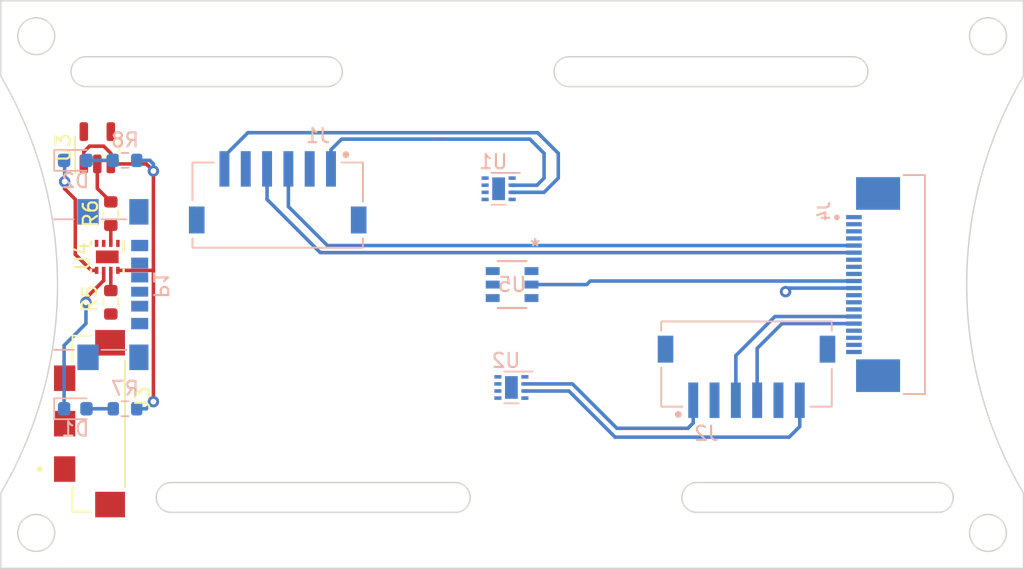
<source format=kicad_pcb>
(kicad_pcb (version 20221018) (generator pcbnew)
  (layers (0 "F.Cu" signal) (31 "B.Cu" signal) (34 "B.Paste" user) (35 "F.Paste" user) (36 "B.SilkS" user "B.Silkscreen") (37 "F.SilkS" user "F.Silkscreen") (38 "B.Mask" user) (39 "F.Mask" user) (44 "Edge.Cuts" user))
  (net 0 "")
  (net 1 "/VSYS")
  (net 2 "/MOTOR1_A")
  (net 3 "/MOTOR1_B")
  (net 4 "/GND")
  (net 5 "/MOTOR1_B_MCU")
  (net 6 "/MOTOR1_A_MCU")
  (net 7 "/MOTOR1_EN_MCU")
  (net 8 "/3V3")
  (net 9 "/MOTOR2_A")
  (net 10 "/MOTOR2_B")
  (net 11 "/MOTOR2_B_MCU")
  (net 12 "/MOTOR2_A_MCU")
  (net 13 "/MOTOR2_EN_MCU")
  (net 17 "Net-(D1-K)")
  (net 18 "Net-(D1-A)")
  (net 24 "Net-(D2-K)")
  (net 25 "Net-(D2-A)")
  (net 26 "/MOTOR1_ENC1")
  (net 27 "/MOTOR1_ENC2")
  (net 28 "/MOTOR2_ENC1")
  (net 29 "/MOTOR2_ENC2")
  (net 30 "Net-(U4-VSET)")
  (net 31 "Net-(U4-ISET)")
  (net 32 "/VBATT")
  (net 33 "/VUSB")
  (net 34 "/TBATT")
  (net 38 "/12V")
  (net 39 "Net-(D3-A)")
  (net 40 "Net-(U5-FB)")
  (footprint "Resistor_SMD:R_0603_1608Metric" (layer "F.Cu") (at 121.75 95 90)
    (fp_text reference "R6" (at 0 -1.43 90) (layer "F.SilkS"))
    (fp_text value "R" hide)
    (fp_line (start -0.237258 -0.5225) (end 0.237258 -0.5225) (stroke (width 0.12)) (layer "F.SilkS"))
    (fp_line (start -0.237258 0.5225) (end 0.237258 0.5225) (stroke (width 0.12)) (layer "F.SilkS"))
    (pad "1" smd roundrect (at -0.825 0 90) (size 0.8 0.95) (layers "F.Cu" "F.Paste" "F.Mask") (net 31 "Net-(U4-ISET)"))
    (pad "2" smd roundrect (at 0.825 0 90) (size 0.8 0.95) (layers "F.Cu" "F.Paste" "F.Mask") (net 4 "/GND"))
  )
  (footprint "footprints:BQ25170DSGR_NV" (layer "F.Cu") (at 121.500002 98.049999 -90)
    (fp_text reference "U4" (at -0.049999 1.750002 90 unlocked) (layer "F.SilkS"))
    (fp_text value "BQ25170DSGR" hide)
    (fp_line (start -1.074999 -1.149998) (end -0.425 -1.149998) (stroke (width 0.17)) (layer "F.SilkS"))
    (fp_line (start -1.074999 1.150003) (end -0.900001 1.150003) (stroke (width 0.17)) (layer "F.SilkS"))
    (fp_line (start 0.900001 -1.149998) (end 1.074999 -1.149998) (stroke (width 0.17)) (layer "F.SilkS"))
    (fp_line (start 0.900001 1.150003) (end 1.074999 1.150003) (stroke (width 0.17)) (layer "F.SilkS"))
    (pad "1" smd rect (at -0.950001 -0.749998) (size 0.249999 0.499999) (layers "F.Cu" "F.Paste" "F.Mask") (net 33 "/VUSB"))
    (pad "2" smd rect (at -0.950001 -0.25) (size 0.249999 0.499999) (layers "F.Cu" "F.Paste" "F.Mask") (net 31 "Net-(U4-ISET)"))
    (pad "3" smd rect (at -0.950001 0.250002) (size 0.249999 0.499999) (layers "F.Cu" "F.Paste" "F.Mask") (net 34 "/TBATT"))
    (pad "4" smd rect (at -0.950001 0.750001) (size 0.249999 0.499999) (layers "F.Cu" "F.Paste" "F.Mask") (net 4 "/GND"))
    (pad "5" smd rect (at 0.950001 0.750001) (size 0.249999 0.499999) (layers "F.Cu" "F.Paste" "F.Mask") (net 24 "Net-(D2-K)"))
    (pad "6" smd rect (at 0.950001 0.250002) (size 0.249999 0.499999) (layers "F.Cu" "F.Paste" "F.Mask") (net 17 "Net-(D1-K)"))
    (pad "7" smd rect (at 0.950001 -0.25) (size 0.249999 0.499999) (layers "F.Cu" "F.Paste" "F.Mask") (net 30 "Net-(U4-VSET)"))
    (pad "8" smd rect (at 0.950001 -0.749998) (size 0.249999 0.499999) (layers "F.Cu" "F.Paste" "F.Mask") (net 32 "/VBATT"))
    (pad "9" smd rect (at 0 0 270) (size 0.900001 1.599999) (layers "F.Cu" "F.Paste" "F.Mask") (net 4 "/GND"))
  )
  (footprint "Resistor_SMD:R_0603_1608Metric" (layer "F.Cu") (at 121.75 101.25 -90)
    (fp_text reference "R5" (at -0.25 1.5 90) (layer "F.SilkS"))
    (fp_text value "R" hide)
    (fp_line (start -0.237258 -0.5225) (end 0.237258 -0.5225) (stroke (width 0.12)) (layer "F.SilkS"))
    (fp_line (start -0.237258 0.5225) (end 0.237258 0.5225) (stroke (width 0.12)) (layer "F.SilkS"))
    (pad "1" smd roundrect (at -0.825 0 270) (size 0.8 0.95) (layers "F.Cu" "F.Paste" "F.Mask") (net 30 "Net-(U4-VSET)"))
    (pad "2" smd roundrect (at 0.825 0 270) (size 0.8 0.95) (layers "F.Cu" "F.Paste" "F.Mask") (net 4 "/GND"))
  )
  (footprint "Package_TO_SOT_SMD:SOT-23-5" (layer "F.Cu") (at 120.8 90.3625 90)
    (fp_text reference "U3" (at 0 -2.4 90) (layer "F.SilkS"))
    (fp_text value "~")
    (fp_line (start 0 -1.56) (end -1.8 -1.56) (stroke (width 0.12)) (layer "F.SilkS"))
    (fp_line (start 0 -1.56) (end 0.8 -1.56) (stroke (width 0.12)) (layer "F.SilkS"))
    (fp_line (start 0 1.56) (end -0.8 1.56) (stroke (width 0.12)) (layer "F.SilkS"))
    (fp_line (start 0 1.56) (end 0.8 1.56) (stroke (width 0.12)) (layer "F.SilkS"))
    (pad "1" smd roundrect (at -1.1375 -0.95 90) (size 1.325 0.6) (layers "F.Cu" "F.Paste" "F.Mask") (net 32 "/VBATT"))
    (pad "2" smd roundrect (at -1.1375 0 90) (size 1.325 0.6) (layers "F.Cu" "F.Paste" "F.Mask") (net 4 "/GND"))
    (pad "3" smd roundrect (at -1.1375 0.95 90) (size 1.325 0.6) (layers "F.Cu" "F.Paste" "F.Mask") (net 32 "/VBATT"))
    (pad "4" smd roundrect (at 1.1375 0.95 90) (size 1.325 0.6) (layers "F.Cu" "F.Paste" "F.Mask"))
    (pad "5" smd roundrect (at 1.1375 -0.95 90) (size 1.325 0.6) (layers "F.Cu" "F.Paste" "F.Mask") (net 1 "/VSYS"))
  )
  (footprint "footprints:TE_1746142-1" (layer "F.Cu") (at 121.25 109.8 -90)
    (fp_text reference "J3" (at -1.8 -2.75 -90) (layer "F.SilkS"))
    (fp_text value "1746142-1" hide)
    (fp_line (start -6.2 2.2) (end -6.2 0.92) (stroke (width 0.127)) (layer "F.SilkS"))
    (fp_line (start -4.48 -1.5) (end 4.48 -1.5) (stroke (width 0.127)) (layer "F.SilkS"))
    (fp_line (start -4.42 2.2) (end -6.2 2.2) (stroke (width 0.127)) (layer "F.SilkS"))
    (fp_line (start 6.2 2.2) (end 4.42 2.2) (stroke (width 0.127)) (layer "F.SilkS"))
    (fp_line (start 6.2 2.2) (end 6.2 0.92) (stroke (width 0.127)) (layer "F.SilkS"))
    (fp_circle (center 3.2 4.5) (end 3.3 4.5) (stroke (width 0.2)) (fill none) (layer "F.SilkS"))
    (pad "" np_thru_hole circle (at -3 0 270) (size 1.18 1.18) (drill 1.18) (layers "*.Cu" "*.Mask"))
    (pad "" np_thru_hole circle (at 3 0 270) (size 1.18 1.18) (drill 1.18) (layers "*.Cu" "*.Mask"))
    (pad "1" smd rect (at 3.2 2.75 270) (size 1.8 1.5) (layers "F.Cu" "F.Paste" "F.Mask"))
    (pad "2" smd rect (at 0 2.75 270) (size 1.8 1.5) (layers "F.Cu" "F.Paste" "F.Mask"))
    (pad "3" smd rect (at -3.2 2.75 270) (size 1.8 1.5) (layers "F.Cu" "F.Paste" "F.Mask"))
    (pad "SH1" smd rect (at -5.7 -0.45 270) (size 1.8 2.1) (layers "F.Cu" "F.Paste" "F.Mask"))
    (pad "SH2" smd rect (at 5.7 -0.45 270) (size 1.8 2.1) (layers "F.Cu" "F.Paste" "F.Mask"))
  )
  (footprint "footprints:JST_S6B-ZR-SM4A-TF(LF)(SN)" (layer "B.Cu") (at 166.5 108.15)
    (fp_text reference "J2" (at -2.826705 2.336415 180) (layer "B.SilkS") (effects (font (size 1.000606 1.000606)) (justify mirror)))
    (fp_text value "S6B-ZR-SM4A-TF(LF)(SN)" hide)
    (fp_line (start -6 -5.5) (end -6 -4.9) (stroke (width 0.127)) (layer "B.SilkS"))
    (fp_line (start -6 0.4) (end -6 -2.3) (stroke (width 0.127)) (layer "B.SilkS"))
    (fp_line (start -6 0.45) (end -4.5 0.45) (stroke (width 0.127)) (layer "B.SilkS"))
    (fp_line (start 6 -5.55) (end -6 -5.55) (stroke (width 0.127)) (layer "B.SilkS"))
    (fp_line (start 6 -5.5) (end 6 -4.9) (stroke (width 0.127)) (layer "B.SilkS"))
    (fp_line (start 6 0.4) (end 6 -2.2) (stroke (width 0.127)) (layer "B.SilkS"))
    (fp_line (start 6 0.45) (end 4.5 0.45) (stroke (width 0.127)) (layer "B.SilkS"))
    (fp_circle (center -4.8 1) (end -4.68 1) (stroke (width 0.24)) (fill none) (layer "B.SilkS"))
    (pad "1" smd rect (at -3.75 0) (size 0.7 2.5) (layers "B.Cu" "B.Paste" "B.Mask") (net 9 "/MOTOR2_A"))
    (pad "2" smd rect (at -2.25 0) (size 0.7 2.5) (layers "B.Cu" "B.Paste" "B.Mask") (net 4 "/GND"))
    (pad "3" smd rect (at -0.75 0) (size 0.7 2.5) (layers "B.Cu" "B.Paste" "B.Mask") (net 28 "/MOTOR2_ENC1"))
    (pad "4" smd rect (at 0.75 0) (size 0.7 2.5) (layers "B.Cu" "B.Paste" "B.Mask") (net 29 "/MOTOR2_ENC2"))
    (pad "5" smd rect (at 2.25 0) (size 0.7 2.5) (layers "B.Cu" "B.Paste" "B.Mask") (net 8 "/3V3"))
    (pad "6" smd rect (at 3.75 0) (size 0.7 2.5) (layers "B.Cu" "B.Paste" "B.Mask") (net 10 "/MOTOR2_B"))
    (pad "SH1" smd rect (at -5.7 -3.6) (size 1.1 1.9) (layers "B.Cu" "B.Paste" "B.Mask"))
    (pad "SH2" smd rect (at 5.7 -3.6) (size 1.1 1.9) (layers "B.Cu" "B.Paste" "B.Mask"))
  )
  (footprint "LED_SMD:LED_0603_1608Metric" (layer "B.Cu") (at 119.25 108.75)
    (fp_text reference "D1" (at 0 1.43) (layer "B.SilkS") (effects (justify mirror)))
    (fp_text value "LED")
    (fp_line (start -1.485 -0.735) (end 0.8 -0.735) (stroke (width 0.12)) (layer "B.SilkS"))
    (fp_line (start -1.485 0.735) (end -1.485 -0.735) (stroke (width 0.12)) (layer "B.SilkS"))
    (fp_line (start 0.8 0.735) (end -1.485 0.735) (stroke (width 0.12)) (layer "B.SilkS"))
    (pad "1" smd roundrect (at -0.7875 0) (size 0.875 0.95) (layers "B.Cu" "B.Paste" "B.Mask") (net 17 "Net-(D1-K)"))
    (pad "2" smd roundrect (at 0.7875 0) (size 0.875 0.95) (layers "B.Cu" "B.Paste" "B.Mask") (net 18 "Net-(D1-A)"))
  )
  (footprint "footprints:JST_S6B-ZR-SM4A-TF(LF)(SN)" (layer "B.Cu") (at 133.5 91.85 180)
    (fp_text reference "J1" (at -2.826705 2.336415) (layer "B.SilkS") (effects (font (size 1.000606 1.000606)) (justify mirror)))
    (fp_text value "S6B-ZR-SM4A-TF(LF)(SN)" hide)
    (fp_line (start -6 -5.5) (end -6 -4.9) (stroke (width 0.127)) (layer "B.SilkS"))
    (fp_line (start -6 0.4) (end -6 -2.3) (stroke (width 0.127)) (layer "B.SilkS"))
    (fp_line (start -6 0.45) (end -4.5 0.45) (stroke (width 0.127)) (layer "B.SilkS"))
    (fp_line (start 6 -5.55) (end -6 -5.55) (stroke (width 0.127)) (layer "B.SilkS"))
    (fp_line (start 6 -5.5) (end 6 -4.9) (stroke (width 0.127)) (layer "B.SilkS"))
    (fp_line (start 6 0.4) (end 6 -2.2) (stroke (width 0.127)) (layer "B.SilkS"))
    (fp_line (start 6 0.45) (end 4.5 0.45) (stroke (width 0.127)) (layer "B.SilkS"))
    (fp_circle (center -4.8 1) (end -4.68 1) (stroke (width 0.24)) (fill none) (layer "B.SilkS"))
    (pad "1" smd rect (at -3.75 0 180) (size 0.7 2.5) (layers "B.Cu" "B.Paste" "B.Mask") (net 2 "/MOTOR1_A"))
    (pad "2" smd rect (at -2.25 0 180) (size 0.7 2.5) (layers "B.Cu" "B.Paste" "B.Mask") (net 4 "/GND"))
    (pad "3" smd rect (at -0.75 0 180) (size 0.7 2.5) (layers "B.Cu" "B.Paste" "B.Mask") (net 26 "/MOTOR1_ENC1"))
    (pad "4" smd rect (at 0.75 0 180) (size 0.7 2.5) (layers "B.Cu" "B.Paste" "B.Mask") (net 27 "/MOTOR1_ENC2"))
    (pad "5" smd rect (at 2.25 0 180) (size 0.7 2.5) (layers "B.Cu" "B.Paste" "B.Mask") (net 8 "/3V3"))
    (pad "6" smd rect (at 3.75 0 180) (size 0.7 2.5) (layers "B.Cu" "B.Paste" "B.Mask") (net 3 "/MOTOR1_B"))
    (pad "SH1" smd rect (at -5.7 -3.6 180) (size 1.1 1.9) (layers "B.Cu" "B.Paste" "B.Mask"))
    (pad "SH2" smd rect (at 5.7 -3.6 180) (size 1.1 1.9) (layers "B.Cu" "B.Paste" "B.Mask"))
  )
  (footprint "Connector_USB:USB_C_Receptacle_GCT_USB4135-GF-A_6P_TopMnt_Horizontal" (layer "B.Cu") (at 120.75 100 90)
    (fp_text reference "P1" (at 0 4.5 270 unlocked) (layer "B.SilkS") (effects (justify mirror)))
    (fp_text value "USB_C_Plug_USB2.0")
    (fp_line (start -4.6 -1.6) (end -4.6 -3) (stroke (width 0.12)) (layer "B.SilkS"))
    (fp_line (start -4.6 2.1025) (end -4.6 0.3475) (stroke (width 0.12)) (layer "B.SilkS"))
    (fp_line (start 4.6 -1.6) (end 4.6 -3) (stroke (width 0.12)) (layer "B.SilkS"))
    (fp_line (start 4.6 2.1025) (end 4.6 0.3475) (stroke (width 0.12)) (layer "B.SilkS"))
    (pad "A5" smd rect (at -0.5 3.0325 90) (size 0.7 1.2) (layers "B.Cu" "B.Paste" "B.Mask"))
    (pad "A9" smd rect (at 1.52 3.0325 270) (size 0.76 1.2) (layers "B.Cu" "B.Paste" "B.Mask") (net 33 "/VUSB"))
    (pad "A12" smd rect (at 2.75 3.0325 270) (size 0.8 1.2) (layers "B.Cu" "B.Paste" "B.Mask") (net 4 "/GND"))
    (pad "B5" smd rect (at 0.5 3.0325 270) (size 0.7 1.2) (layers "B.Cu" "B.Paste" "B.Mask"))
    (pad "B9" smd rect (at -1.52 3.0325 90) (size 0.76 1.2) (layers "B.Cu" "B.Paste" "B.Mask") (net 33 "/VUSB"))
    (pad "B12" smd rect (at -2.75 3.0325 90) (size 0.8 1.2) (layers "B.Cu" "B.Paste" "B.Mask") (net 4 "/GND"))
    (pad "S1" smd rect (at -5.125 -0.6025 90) (size 1.8 1.5) (layers "B.Cu" "B.Paste" "B.Mask"))
    (pad "S1" smd rect (at -5.125 2.9775 90) (size 1.8 1.35) (layers "B.Cu" "B.Paste" "B.Mask"))
    (pad "S1" smd rect (at 5.125 -0.6025 90) (size 1.8 1.5) (layers "B.Cu" "B.Paste" "B.Mask"))
    (pad "S1" smd rect (at 5.125 2.9775 90) (size 1.8 1.35) (layers "B.Cu" "B.Paste" "B.Mask"))
  )
  (footprint "footprints:TE_2-1734839-0" (layer "B.Cu") (at 174.0625 100 -90)
    (fp_text reference "J4" (at -5.16246 2.109 90) (layer "B.SilkS") (effects (font (size 0.800378 0.800378)) (justify mirror)))
    (fp_text value "Conn_01x20" hide)
    (fp_line (start -7.715 -5) (end 7.715 -5) (stroke (width 0.127)) (layer "B.SilkS"))
    (fp_line (start -7.715 -3.5) (end -7.715 -5) (stroke (width 0.127)) (layer "B.SilkS"))
    (fp_line (start 7.715 -5) (end 7.715 -3.5) (stroke (width 0.127)) (layer "B.SilkS"))
    (fp_circle (center -4.73 1.2) (end -4.63 1.2) (stroke (width 0.2)) (fill none) (layer "B.SilkS"))
    (pad "1" smd rect (at -4.75 0 270) (size 0.3 1.1) (layers "B.Cu" "B.Paste" "B.Mask") (net 1 "/VSYS"))
    (pad "2" smd rect (at -4.25 0 270) (size 0.3 1.1) (layers "B.Cu" "B.Paste" "B.Mask") (net 1 "/VSYS"))
    (pad "3" smd rect (at -3.75 0 270) (size 0.3 1.1) (layers "B.Cu" "B.Paste" "B.Mask") (net 4 "/GND"))
    (pad "4" smd rect (at -3.25 0 270) (size 0.3 1.1) (layers "B.Cu" "B.Paste" "B.Mask") (net 4 "/GND"))
    (pad "5" smd rect (at -2.75 0 270) (size 0.3 1.1) (layers "B.Cu" "B.Paste" "B.Mask") (net 26 "/MOTOR1_ENC1"))
    (pad "6" smd rect (at -2.25 0 270) (size 0.3 1.1) (layers "B.Cu" "B.Paste" "B.Mask") (net 27 "/MOTOR1_ENC2"))
    (pad "7" smd rect (at -1.75 0 270) (size 0.3 1.1) (layers "B.Cu" "B.Paste" "B.Mask") (net 6 "/MOTOR1_A_MCU"))
    (pad "8" smd rect (at -1.25 0 270) (size 0.3 1.1) (layers "B.Cu" "B.Paste" "B.Mask") (net 5 "/MOTOR1_B_MCU"))
    (pad "9" smd rect (at -0.75 0 270) (size 0.3 1.1) (layers "B.Cu" "B.Paste" "B.Mask") (net 7 "/MOTOR1_EN_MCU"))
    (pad "10" smd rect (at -0.25 0 270) (size 0.3 1.1) (layers "B.Cu" "B.Paste" "B.Mask") (net 4 "/GND"))
    (pad "11" smd rect (at 0.25 0 270) (size 0.3 1.1) (layers "B.Cu" "B.Paste" "B.Mask") (net 8 "/3V3"))
    (pad "12" smd rect (at 0.75 0 270) (size 0.3 1.1) (layers "B.Cu" "B.Paste" "B.Mask") (net 13 "/MOTOR2_EN_MCU"))
    (pad "13" smd rect (at 1.25 0 270) (size 0.3 1.1) (layers "B.Cu" "B.Paste" "B.Mask") (net 11 "/MOTOR2_B_MCU"))
    (pad "14" smd rect (at 1.75 0 270) (size 0.3 1.1) (layers "B.Cu" "B.Paste" "B.Mask") (net 12 "/MOTOR2_A_MCU"))
    (pad "15" smd rect (at 2.25 0 270) (size 0.3 1.1) (layers "B.Cu" "B.Paste" "B.Mask") (net 28 "/MOTOR2_ENC1"))
    (pad "16" smd rect (at 2.75 0 270) (size 0.3 1.1) (layers "B.Cu" "B.Paste" "B.Mask") (net 29 "/MOTOR2_ENC2"))
    (pad "17" smd rect (at 3.25 0 270) (size 0.3 1.1) (layers "B.Cu" "B.Paste" "B.Mask") (net 4 "/GND"))
    (pad "18" smd rect (at 3.75 0 270) (size 0.3 1.1) (layers "B.Cu" "B.Paste" "B.Mask") (net 4 "/GND"))
    (pad "19" smd rect (at 4.25 0 270) (size 0.3 1.1) (layers "B.Cu" "B.Paste" "B.Mask") (net 33 "/VUSB"))
    (pad "20" smd rect (at 4.75 0 270) (size 0.3 1.1) (layers "B.Cu" "B.Paste" "B.Mask") (net 33 "/VUSB"))
    (pad "S1" smd rect (at -6.42 -1.7 270) (size 2.3 3.1) (layers "B.Cu" "B.Paste" "B.Mask"))
    (pad "S2" smd rect (at 6.42 -1.7 270) (size 2.3 3.1) (layers "B.Cu" "B.Paste" "B.Mask"))
  )
  (footprint "footprints:SOT23-6_DBV_TEX" (layer "B.Cu") (at 150 100 180)
    (fp_text reference "U5" (at 0 0 unlocked) (layer "B.SilkS") (effects (justify mirror)))
    (fp_text value "TLV61048DBVT")
    (fp_text user "*" (at -1.61925 2.6518) (layer "B.SilkS") (effects (justify mirror)))
    (fp_text user "*" (at -1.61925 2.6518 unlocked) (layer "B.SilkS") (effects (justify mirror)))
    (fp_line (start -1.0033 -1.651) (end 1.0033 -1.651) (stroke (width 0.1524)) (layer "B.SilkS"))
    (fp_line (start 1.0033 1.651) (end -1.0033 1.651) (stroke (width 0.1524)) (layer "B.SilkS"))
    (pad "1" smd rect (at -1.36525 0.950001 180) (size 0.9779 0.5588) (layers "B.Cu" "B.Paste" "B.Mask") (net 39 "Net-(D3-A)"))
    (pad "2" smd rect (at -1.36525 0 180) (size 0.9779 0.5588) (layers "B.Cu" "B.Paste" "B.Mask") (net 4 "/GND"))
    (pad "3" smd rect (at -1.36525 -0.950001 180) (size 0.9779 0.5588) (layers "B.Cu" "B.Paste" "B.Mask") (net 40 "Net-(U5-FB)"))
    (pad "4" smd rect (at 1.36525 -0.950001 180) (size 0.9779 0.5588) (layers "B.Cu" "B.Paste" "B.Mask") (net 1 "/VSYS"))
    (pad "5" smd rect (at 1.36525 0 180) (size 0.9779 0.5588) (layers "B.Cu" "B.Paste" "B.Mask") (net 1 "/VSYS"))
    (pad "6" smd rect (at 1.36525 0.950001 180) (size 0.9779 0.5588) (layers "B.Cu" "B.Paste" "B.Mask"))
  )
  (footprint "Resistor_SMD:R_0603_1608Metric" (layer "B.Cu") (at 122.75 108.75 180)
    (fp_text reference "R7" (at 0 1.43) (layer "B.SilkS") (effects (justify mirror)))
    (fp_text value "R")
    (fp_line (start -0.237258 -0.5225) (end 0.237258 -0.5225) (stroke (width 0.12)) (layer "B.SilkS"))
    (fp_line (start -0.237258 0.5225) (end 0.237258 0.5225) (stroke (width 0.12)) (layer "B.SilkS"))
    (pad "1" smd roundrect (at -0.825 0 180) (size 0.8 0.95) (layers "B.Cu" "B.Paste" "B.Mask") (net 32 "/VBATT"))
    (pad "2" smd roundrect (at 0.825 0 180) (size 0.8 0.95) (layers "B.Cu" "B.Paste" "B.Mask") (net 18 "Net-(D1-A)"))
  )
  (footprint "Package_SON:WSON-8-1EP_2x2mm_P0.5mm_EP0.9x1.6mm" (layer "B.Cu") (at 149.95 107.25 180)
    (fp_text reference "U2" (at 0.38 1.9) (layer "B.SilkS") (effects (justify mirror)))
    (fp_text value "~")
    (fp_line (start -1.5 1.12) (end 0.5 1.12) (stroke (width 0.12)) (layer "B.SilkS"))
    (fp_line (start 0.5 -1.12) (end -0.5 -1.12) (stroke (width 0.12)) (layer "B.SilkS"))
    (pad "1" smd rect (at -0.95 0.75 180) (size 0.5 0.25) (layers "B.Cu" "B.Paste" "B.Mask") (net 38 "/12V"))
    (pad "2" smd rect (at -0.95 0.25 180) (size 0.5 0.25) (layers "B.Cu" "B.Paste" "B.Mask") (net 9 "/MOTOR2_A"))
    (pad "3" smd rect (at -0.95 -0.25 180) (size 0.5 0.25) (layers "B.Cu" "B.Paste" "B.Mask") (net 10 "/MOTOR2_B"))
    (pad "4" smd rect (at -0.95 -0.75 180) (size 0.5 0.25) (layers "B.Cu" "B.Paste" "B.Mask") (net 4 "/GND"))
    (pad "5" smd rect (at 0.95 -0.75 180) (size 0.5 0.25) (layers "B.Cu" "B.Paste" "B.Mask") (net 11 "/MOTOR2_B_MCU"))
    (pad "6" smd rect (at 0.95 -0.25 180) (size 0.5 0.25) (layers "B.Cu" "B.Paste" "B.Mask") (net 12 "/MOTOR2_A_MCU"))
    (pad "7" smd rect (at 0.95 0.25 180) (size 0.5 0.25) (layers "B.Cu" "B.Paste" "B.Mask") (net 13 "/MOTOR2_EN_MCU"))
    (pad "8" smd rect (at 0.95 0.75 180) (size 0.5 0.25) (layers "B.Cu" "B.Paste" "B.Mask") (net 8 "/3V3"))
    (pad "9" smd rect (at 0 0 180) (size 0.9 1.6) (layers "B.Cu" "B.Mask") (net 4 "/GND"))
  )
  (footprint "Package_SON:WSON-8-1EP_2x2mm_P0.5mm_EP0.9x1.6mm" (layer "B.Cu") (at 149.05 93.25 180)
    (fp_text reference "U1" (at 0.38 1.9) (layer "B.SilkS") (effects (justify mirror)))
    (fp_text value "~")
    (fp_line (start -1.5 1.12) (end 0.5 1.12) (stroke (width 0.12)) (layer "B.SilkS"))
    (fp_line (start 0.5 -1.12) (end -0.5 -1.12) (stroke (width 0.12)) (layer "B.SilkS"))
    (pad "1" smd rect (at -0.95 0.75 180) (size 0.5 0.25) (layers "B.Cu" "B.Paste" "B.Mask") (net 38 "/12V"))
    (pad "2" smd rect (at -0.95 0.25 180) (size 0.5 0.25) (layers "B.Cu" "B.Paste" "B.Mask") (net 2 "/MOTOR1_A"))
    (pad "3" smd rect (at -0.95 -0.25 180) (size 0.5 0.25) (layers "B.Cu" "B.Paste" "B.Mask") (net 3 "/MOTOR1_B"))
    (pad "4" smd rect (at -0.95 -0.75 180) (size 0.5 0.25) (layers "B.Cu" "B.Paste" "B.Mask") (net 4 "/GND"))
    (pad "5" smd rect (at 0.95 -0.75 180) (size 0.5 0.25) (layers "B.Cu" "B.Paste" "B.Mask") (net 5 "/MOTOR1_B_MCU"))
    (pad "6" smd rect (at 0.95 -0.25 180) (size 0.5 0.25) (layers "B.Cu" "B.Paste" "B.Mask") (net 6 "/MOTOR1_A_MCU"))
    (pad "7" smd rect (at 0.95 0.25 180) (size 0.5 0.25) (layers "B.Cu" "B.Paste" "B.Mask") (net 7 "/MOTOR1_EN_MCU"))
    (pad "8" smd rect (at 0.95 0.75 180) (size 0.5 0.25) (layers "B.Cu" "B.Paste" "B.Mask") (net 8 "/3V3"))
    (pad "9" smd rect (at 0 0 180) (size 0.9 1.6) (layers "B.Cu" "B.Mask") (net 4 "/GND"))
  )
  (footprint "Resistor_SMD:R_0603_1608Metric" (layer "B.Cu") (at 122.75 91.25 180)
    (fp_text reference "R8" (at 0 1.43) (layer "B.SilkS") (effects (justify mirror)))
    (fp_text value "R")
    (fp_line (start -0.237258 -0.5225) (end 0.237258 -0.5225) (stroke (width 0.12)) (layer "B.SilkS"))
    (fp_line (start -0.237258 0.5225) (end 0.237258 0.5225) (stroke (width 0.12)) (layer "B.SilkS"))
    (pad "1" smd roundrect (at -0.825 0 180) (size 0.8 0.95) (layers "B.Cu" "B.Paste" "B.Mask") (net 32 "/VBATT"))
    (pad "2" smd roundrect (at 0.825 0 180) (size 0.8 0.95) (layers "B.Cu" "B.Paste" "B.Mask") (net 25 "Net-(D2-A)"))
  )
  (footprint "LED_SMD:LED_0603_1608Metric" (layer "B.Cu") (at 119.25 91.25)
    (fp_text reference "D2" (at 0 1.43) (layer "B.SilkS") (effects (justify mirror)))
    (fp_text value "LED")
    (fp_line (start -1.485 -0.735) (end 0.8 -0.735) (stroke (width 0.12)) (layer "B.SilkS"))
    (fp_line (start -1.485 0.735) (end -1.485 -0.735) (stroke (width 0.12)) (layer "B.SilkS"))
    (fp_line (start 0.8 0.735) (end -1.485 0.735) (stroke (width 0.12)) (layer "B.SilkS"))
    (pad "1" smd roundrect (at -0.7875 0) (size 0.875 0.95) (layers "B.Cu" "B.Paste" "B.Mask") (net 24 "Net-(D2-K)"))
    (pad "2" smd roundrect (at 0.7875 0) (size 0.875 0.95) (layers "B.Cu" "B.Paste" "B.Mask") (net 25 "Net-(D2-A)"))
  )
  (gr_line (start 118 80) (end 182 80) (stroke (width 0.1)) (layer "Edge.Cuts"))
  (gr_line (start 114 114.6969) (end 114 120) (stroke (width 0.1)) (layer "Edge.Cuts"))
  (gr_line (start 182 80) (end 186 80) (stroke (width 0.1)) (layer "Edge.Cuts"))
  (gr_arc (start 163 116.05) (mid 161.95 115) (end 163 113.95) (stroke (width 0.1)) (layer "Edge.Cuts"))
  (gr_line (start 146 113.95) (end 126 113.95) (stroke (width 0.1)) (layer "Edge.Cuts"))
  (gr_arc (start 114.000004 85.303068) (mid 118 100) (end 114.000004 114.696932) (stroke (width 0.1)) (layer "Edge.Cuts"))
  (gr_line (start 114 85.3031) (end 114 80) (stroke (width 0.1)) (layer "Edge.Cuts"))
  (gr_line (start 118 80) (end 114 80) (stroke (width 0.1)) (layer "Edge.Cuts"))
  (gr_line (start 182 120) (end 118 120) (stroke (width 0.1)) (layer "Edge.Cuts"))
  (gr_arc (start 146 113.95) (mid 147.05 115) (end 146 116.05) (stroke (width 0.1)) (layer "Edge.Cuts"))
  (gr_arc (start 185.999919 114.696801) (mid 182 100) (end 185.999919 85.303199) (stroke (width 0.1)) (layer "Edge.Cuts"))
  (gr_line (start 180 113.95) (end 163 113.95) (stroke (width 0.1)) (layer "Edge.Cuts"))
  (gr_arc (start 180 113.95) (mid 181.05 115) (end 180 116.05) (stroke (width 0.1)) (layer "Edge.Cuts"))
  (gr_line (start 174 83.95) (end 154 83.95) (stroke (width 0.1)) (layer "Edge.Cuts"))
  (gr_arc (start 126 116.05) (mid 124.95 115) (end 126 113.95) (stroke (width 0.1)) (layer "Edge.Cuts"))
  (gr_circle (center 183.5 117.5) (end 184.8 117.5) (stroke (width 0.1)) (fill none) (layer "Edge.Cuts"))
  (gr_line (start 163 116.05) (end 180 116.05) (stroke (width 0.1)) (layer "Edge.Cuts"))
  (gr_circle (center 116.5 82.5) (end 117.8 82.5) (stroke (width 0.1)) (fill none) (layer "Edge.Cuts"))
  (gr_arc (start 137 83.95) (mid 138.05 85) (end 137 86.05) (stroke (width 0.1)) (layer "Edge.Cuts"))
  (gr_line (start 186 80) (end 186 85.3031) (stroke (width 0.1)) (layer "Edge.Cuts"))
  (gr_arc (start 120 86.05) (mid 118.95 85) (end 120 83.95) (stroke (width 0.1)) (layer "Edge.Cuts"))
  (gr_line (start 137 83.95) (end 120 83.95) (stroke (width 0.1)) (layer "Edge.Cuts"))
  (gr_line (start 186 120) (end 186 114.6969) (stroke (width 0.1)) (layer "Edge.Cuts"))
  (gr_line (start 154 86.05) (end 174 86.05) (stroke (width 0.1)) (layer "Edge.Cuts"))
  (gr_line (start 120 86.05) (end 137 86.05) (stroke (width 0.1)) (layer "Edge.Cuts"))
  (gr_circle (center 183.5 82.5) (end 184.8 82.5) (stroke (width 0.1)) (fill none) (layer "Edge.Cuts"))
  (gr_arc (start 174 83.95) (mid 175.05 85) (end 174 86.05) (stroke (width 0.1)) (layer "Edge.Cuts"))
  (gr_line (start 118 120) (end 114 120) (stroke (width 0.1)) (layer "Edge.Cuts"))
  (gr_line (start 126 116.05) (end 146 116.05) (stroke (width 0.1)) (layer "Edge.Cuts"))
  (gr_line (start 182 120) (end 186 120) (stroke (width 0.1)) (layer "Edge.Cuts"))
  (gr_arc (start 154 86.05) (mid 152.95 85) (end 154 83.95) (stroke (width 0.1)) (layer "Edge.Cuts"))
  (gr_circle (center 116.5 117.5) (end 117.8 117.5) (stroke (width 0.1)) (fill none) (layer "Edge.Cuts"))
  (segment (start 151.25 89.75) (end 152.25 90.75) (width 0.25) (layer "B.Cu") (net 2))
  (segment (start 138 89.75) (end 144.75 89.75) (width 0.25) (layer "B.Cu") (net 2))
  (segment (start 144.75 89.75) (end 151.25 89.75) (width 0.25) (layer "B.Cu") (net 2))
  (segment (start 152.25 92.5) (end 151.75 93) (width 0.25) (layer "B.Cu") (net 2))
  (segment (start 151.75 93) (end 150 93) (width 0.25) (layer "B.Cu") (net 2))
  (segment (start 152.25 90.75) (end 152.25 92.5) (width 0.25) (layer "B.Cu") (net 2))
  (segment (start 144.75 89.75) (end 145.25 89.75) (width 0.25) (layer "B.Cu") (net 2))
  (segment (start 137.25 90.5) (end 138 89.75) (width 0.25) (layer "B.Cu") (net 2))
  (segment (start 137.25 91.85) (end 137.25 90.5) (width 0.25) (layer "B.Cu") (net 2))
  (segment (start 153.25 92.5) (end 152.25 93.5) (width 0.25) (layer "B.Cu") (net 3))
  (segment (start 129.75 91.85) (end 129.75 90.95) (width 0.25) (layer "B.Cu") (net 3))
  (segment (start 131.4 89.3) (end 151.8 89.3) (width 0.25) (layer "B.Cu") (net 3))
  (segment (start 153.25 90.75) (end 153.25 92.5) (width 0.25) (layer "B.Cu") (net 3))
  (segment (start 152.25 93.5) (end 150 93.5) (width 0.25) (layer "B.Cu") (net 3))
  (segment (start 129.75 90.95) (end 131.4 89.3) (width 0.25) (layer "B.Cu") (net 3))
  (segment (start 151.8 89.3) (end 153.25 90.75) (width 0.25) (layer "B.Cu") (net 3))
  (segment (start 120.8 91.5) (end 120.8 93.225) (width 0.25) (layer "F.Cu") (net 4))
  (segment (start 120.8 93.225) (end 121.75 94.175) (width 0.25) (layer "F.Cu") (net 4))
  (segment (start 174.0625 99.75) (end 155.5 99.75) (width 0.25) (layer "B.Cu") (net 4))
  (segment (start 155.5 99.75) (end 155.25 100) (width 0.25) (layer "B.Cu") (net 4))
  (segment (start 155.25 100) (end 151.36525 100) (width 0.25) (layer "B.Cu") (net 4))
  (via (at 169.25 100.5) (size 0.8) (drill 0.4) (layers "F.Cu" "B.Cu") (net 8))
  (segment (start 174.0625 100.25) (end 169.5 100.25) (width 0.25) (layer "B.Cu") (net 8))
  (segment (start 169.5 100.25) (end 169.25 100.5) (width 0.25) (layer "B.Cu") (net 8))
  (segment (start 162.75 109.75) (end 162.75 108.15) (width 0.25) (layer "B.Cu") (net 9))
  (segment (start 150.9 107) (end 154.25 107) (width 0.25) (layer "B.Cu") (net 9))
  (segment (start 154.25 107) (end 157.375 110.125) (width 0.25) (layer "B.Cu") (net 9))
  (segment (start 162.375 110.125) (end 162.75 109.75) (width 0.25) (layer "B.Cu") (net 9))
  (segment (start 157.375 110.125) (end 162.375 110.125) (width 0.25) (layer "B.Cu") (net 9))
  (segment (start 150.9 107.5) (end 154 107.5) (width 0.25) (layer "B.Cu") (net 10))
  (segment (start 157.25 110.75) (end 169.5 110.75) (width 0.25) (layer "B.Cu") (net 10))
  (segment (start 169.5 110.75) (end 170.25 110) (width 0.25) (layer "B.Cu") (net 10))
  (segment (start 154 107.5) (end 157.25 110.75) (width 0.25) (layer "B.Cu") (net 10))
  (segment (start 170.25 110) (end 170.25 108.15) (width 0.25) (layer "B.Cu") (net 10))
  (segment (start 120 100.957538) (end 120 101.25) (width 0.25) (layer "F.Cu") (net 17))
  (segment (start 121.25 99) (end 121.25 99.707538) (width 0.25) (layer "F.Cu") (net 17))
  (segment (start 121.25 99.707538) (end 120 100.957538) (width 0.25) (layer "F.Cu") (net 17))
  (via (at 120 101.25) (size 0.8) (drill 0.4) (layers "F.Cu" "B.Cu") (net 17))
  (segment (start 120 102.75) (end 120 101.25) (width 0.25) (layer "B.Cu") (net 17))
  (segment (start 118.4625 108.75) (end 118.4625 104.2875) (width 0.25) (layer "B.Cu") (net 17))
  (segment (start 118.4625 104.2875) (end 120 102.75) (width 0.25) (layer "B.Cu") (net 17))
  (segment (start 120.0375 108.75) (end 121.925 108.75) (width 0.25) (layer "B.Cu") (net 18))
  (segment (start 118.5 93.25) (end 118.5 92.75) (width 0.25) (layer "F.Cu") (net 24))
  (segment (start 119.25 96.75) (end 119.25 94.5) (width 0.25) (layer "F.Cu") (net 24))
  (segment (start 119.25 97.874998) (end 119.25 96.75) (width 0.25) (layer "F.Cu") (net 24))
  (segment (start 120.750001 99) (end 120.375002 99) (width 0.25) (layer "F.Cu") (net 24))
  (segment (start 119.25 94) (end 118.75 93.5) (width 0.25) (layer "F.Cu") (net 24))
  (segment (start 119.25 94.5) (end 119.25 94) (width 0.25) (layer "F.Cu") (net 24))
  (segment (start 120.375002 99) (end 119.25 97.874998) (width 0.25) (layer "F.Cu") (net 24))
  (segment (start 118.75 93.5) (end 118.5 93.25) (width 0.25) (layer "F.Cu") (net 24))
  (via (at 118.5 92.75) (size 0.8) (drill 0.4) (layers "F.Cu" "B.Cu") (net 24))
  (segment (start 118.5 91.2875) (end 118.4625 91.25) (width 0.25) (layer "B.Cu") (net 24))
  (segment (start 118.5 92.75) (end 118.5 91.2875) (width 0.25) (layer "B.Cu") (net 24))
  (segment (start 120.0375 91.25) (end 121.925 91.25) (width 0.25) (layer "B.Cu") (net 25))
  (segment (start 137 97.25) (end 174.0625 97.25) (width 0.25) (layer "B.Cu") (net 26))
  (segment (start 134.25 91.85) (end 134.25 94.5) (width 0.25) (layer "B.Cu") (net 26))
  (segment (start 134.25 94.5) (end 137 97.25) (width 0.25) (layer "B.Cu") (net 26))
  (segment (start 132.75 94) (end 136.5 97.75) (width 0.25) (layer "B.Cu") (net 27))
  (segment (start 132.75 91.85) (end 132.75 94) (width 0.25) (layer "B.Cu") (net 27))
  (segment (start 136.5 97.75) (end 174.0625 97.75) (width 0.25) (layer "B.Cu") (net 27))
  (segment (start 168.5 102.25) (end 174.0625 102.25) (width 0.25) (layer "B.Cu") (net 28))
  (segment (start 165.75 105) (end 168.5 102.25) (width 0.25) (layer "B.Cu") (net 28))
  (segment (start 165.75 108.15) (end 165.75 105) (width 0.25) (layer "B.Cu") (net 28))
  (segment (start 169 102.75) (end 174.0625 102.75) (width 0.25) (layer "B.Cu") (net 29))
  (segment (start 167.25 108.15) (end 167.25 104.5) (width 0.25) (layer "B.Cu") (net 29))
  (segment (start 167.25 104.5) (end 169 102.75) (width 0.25) (layer "B.Cu") (net 29))
  (segment (start 121.750002 99) (end 121.750002 100.424998) (width 0.25) (layer "F.Cu") (net 30))
  (segment (start 121.750002 100.424998) (end 121.75 100.425) (width 0.25) (layer "F.Cu") (net 30))
  (segment (start 121.75 95.825) (end 121.75 97.099996) (width 0.25) (layer "F.Cu") (net 31))
  (segment (start 121.75 97.099996) (end 121.750002 97.099998) (width 0.25) (layer "F.Cu") (net 31))
  (segment (start 120.25 90.25) (end 119.85 90.65) (width 0.25) (layer "F.Cu") (net 32))
  (segment (start 122.25 99) (end 124.75 99) (width 0.25) (layer "F.Cu") (net 32))
  (segment (start 121.75 90.75) (end 121.25 90.25) (width 0.25) (layer "F.Cu") (net 32))
  (segment (start 124.75 99) (end 124.75 92) (width 0.25) (layer "F.Cu") (net 32))
  (segment (start 124.25 91.5) (end 124.75 92) (width 0.25) (layer "F.Cu") (net 32))
  (segment (start 121.75 91.5) (end 121.75 90.75) (width 0.25) (layer "F.Cu") (net 32))
  (segment (start 119.85 90.65) (end 119.85 91.5) (width 0.25) (layer "F.Cu") (net 32))
  (segment (start 124.75 108.25) (end 124.75 99) (width 0.25) (layer "F.Cu") (net 32))
  (segment (start 121.75 91.5) (end 124.25 91.5) (width 0.25) (layer "F.Cu") (net 32))
  (segment (start 121.25 90.25) (end 120.25 90.25) (width 0.25) (layer "F.Cu") (net 32))
  (via (at 124.75 92) (size 0.8) (drill 0.4) (layers "F.Cu" "B.Cu") (net 32))
  (via (at 124.75 108.25) (size 0.8) (drill 0.4) (layers "F.Cu" "B.Cu") (net 32))
  (segment (start 124.5 91.25) (end 123.575 91.25) (width 0.25) (layer "B.Cu") (net 32))
  (segment (start 123.575 108.75) (end 124.25 108.75) (width 0.25) (layer "B.Cu") (net 32))
  (segment (start 124.75 91.5) (end 124.5 91.25) (width 0.25) (layer "B.Cu") (net 32))
  (segment (start 124.75 92) (end 124.75 91.5) (width 0.25) (layer "B.Cu") (net 32))
  (segment (start 124.25 108.75) (end 124.75 108.25) (width 0.25) (layer "B.Cu") (net 32))
)
</source>
